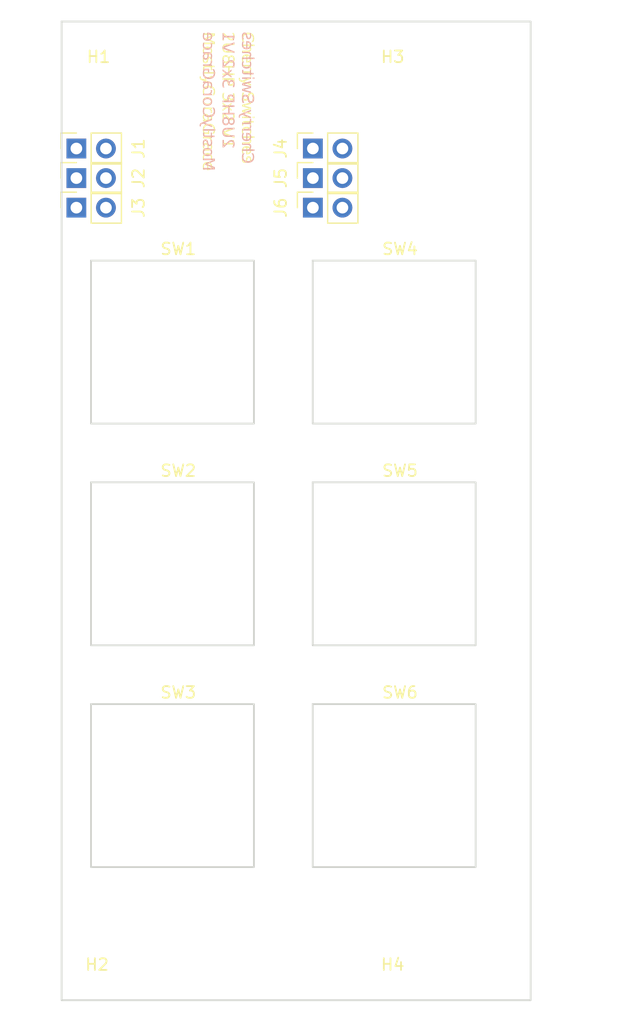
<source format=kicad_pcb>
(kicad_pcb (version 20240108) (generator "pcbnew") (generator_version "8.0")
  (layers (0 "F.Cu" signal) (31 "B.Cu" signal) (34 "B.Paste" user) (35 "F.Paste" user) (36 "B.SilkS" user "B.Silkscreen") (37 "F.SilkS" user "F.Silkscreen") (38 "B.Mask" user) (39 "F.Mask" user) (44 "Edge.Cuts" user))
  (net 0 "")
  (footprint "EXC:SW_Cherry_MX_1.00u_Mount" (layer "F.Cu") (at 9.525 49.0125)
    (property "Reference" "SW2" (at 0.5 -8 0) (layer "F.SilkS"))
    (property "Value" "SW_SPST_MOUNT")
    (fp_rect (start -7 -7) (end 7 7) (stroke (width 0.15)) (fill none) (layer "Edge.Cuts"))
  )
  (footprint "Connector_PinSocket_2.54mm:PinSocket_1x02_P2.54mm_Vertical" (layer "F.Cu") (at 1.27 13.335 90)
    (property "Reference" "J1" (at 0 5.334 90) (layer "F.SilkS"))
    (property "Value" "Conn_01x02_Socket")
    (fp_line (start 1.33 -1.33) (end 1.33 0) (stroke (width 0.12)) (layer "F.SilkS"))
    (fp_line (start 0 -1.33) (end 1.33 -1.33) (stroke (width 0.12)) (layer "F.SilkS"))
    (fp_line (start 1.33 1.27) (end 1.33 3.87) (stroke (width 0.12)) (layer "F.SilkS"))
    (fp_line (start -1.33 1.27) (end 1.33 1.27) (stroke (width 0.12)) (layer "F.SilkS"))
    (fp_line (start -1.33 1.27) (end -1.33 3.87) (stroke (width 0.12)) (layer "F.SilkS"))
    (fp_line (start -1.33 3.87) (end 1.33 3.87) (stroke (width 0.12)) (layer "F.SilkS"))
    (pad "1" thru_hole rect (at 0 0 90) (size 1.7 1.7) (drill 1) (layers "*.Cu" "*.Mask"))
    (pad "2" thru_hole oval (at 0 2.54 90) (size 1.7 1.7) (drill 1) (layers "*.Cu" "*.Mask"))
  )
  (footprint "EXC:MountingHole_3.2mm_M3" (layer "F.Cu") (at 7.62 5.425)
    (property "Reference" "H1" (at -4.445 0.036 0) (layer "F.SilkS"))
    (property "Value" "Eurorack_M3_MountingHole")
    (pad "" np_thru_hole oval (at 0 0) (size 4.8 3.2) (drill oval 4.8 3.2) (layers "F&B.Cu" "*.Mask"))
  )
  (footprint "EXC:MountingHole_3.2mm_M3" (layer "F.Cu") (at 33.02 5.425)
    (property "Reference" "H3" (at -4.572 0.036 0) (layer "F.SilkS"))
    (property "Value" "Eurorack_M3_MountingHole")
    (pad "" np_thru_hole oval (at 0 0) (size 4.8 3.2) (drill oval 4.8 3.2) (layers "F&B.Cu" "*.Mask"))
  )
  (footprint "EXC:SW_Cherry_MX_1.00u_Mount" (layer "F.Cu") (at 28.575 29.9625)
    (property "Reference" "SW4" (at 0.5 -8 0) (layer "F.SilkS"))
    (property "Value" "SW_SPST_MOUNT")
    (fp_rect (start -7 -7) (end 7 7) (stroke (width 0.15)) (fill none) (layer "Edge.Cuts"))
  )
  (footprint "EXC:SW_Cherry_MX_1.00u_Mount" (layer "F.Cu") (at 9.525 68.0625)
    (property "Reference" "SW3" (at 0.5 -8 0) (layer "F.SilkS"))
    (property "Value" "SW_SPST_MOUNT")
    (fp_rect (start -7 -7) (end 7 7) (stroke (width 0.15)) (fill none) (layer "Edge.Cuts"))
  )
  (footprint "EXC:SW_Cherry_MX_1.00u_Mount" (layer "F.Cu") (at 28.575 49.0125)
    (property "Reference" "SW5" (at 0.5 -8 0) (layer "F.SilkS"))
    (property "Value" "SW_SPST_MOUNT")
    (fp_rect (start -7 -7) (end 7 7) (stroke (width 0.15)) (fill none) (layer "Edge.Cuts"))
  )
  (footprint "EXC:MountingHole_3.2mm_M3" (layer "F.Cu") (at 33.02 83.5)
    (property "Reference" "H4" (at -4.572 -0.061 0) (layer "F.SilkS"))
    (property "Value" "Eurorack_M3_MountingHole")
    (pad "" np_thru_hole oval (at 0 0) (size 4.8 3.2) (drill oval 4.8 3.2) (layers "F&B.Cu" "*.Mask"))
  )
  (footprint "EXC:SW_Cherry_MX_1.00u_Mount" (layer "F.Cu") (at 9.525 29.9625)
    (property "Reference" "SW1" (at 0.5 -8 0) (layer "F.SilkS"))
    (property "Value" "SW_SPST_MOUNT")
    (fp_rect (start -7 -7) (end 7 7) (stroke (width 0.15)) (fill none) (layer "Edge.Cuts"))
  )
  (footprint "EXC:MountingHole_3.2mm_M3" (layer "F.Cu") (at 7.62 83.5)
    (property "Reference" "H2" (at -4.572 -0.061 0) (layer "F.SilkS"))
    (property "Value" "Eurorack_M3_MountingHole")
    (pad "" np_thru_hole oval (at 0 0) (size 4.8 3.2) (drill oval 4.8 3.2) (layers "F&B.Cu" "*.Mask"))
  )
  (footprint "Connector_PinSocket_2.54mm:PinSocket_1x02_P2.54mm_Vertical" (layer "F.Cu") (at 21.59 18.415 90)
    (property "Reference" "J6" (at 0 -2.77 90) (layer "F.SilkS"))
    (property "Value" "Conn_01x02_Socket")
    (fp_line (start 1.33 -1.33) (end 1.33 0) (stroke (width 0.12)) (layer "F.SilkS"))
    (fp_line (start 0 -1.33) (end 1.33 -1.33) (stroke (width 0.12)) (layer "F.SilkS"))
    (fp_line (start 1.33 1.27) (end 1.33 3.87) (stroke (width 0.12)) (layer "F.SilkS"))
    (fp_line (start -1.33 1.27) (end 1.33 1.27) (stroke (width 0.12)) (layer "F.SilkS"))
    (fp_line (start -1.33 1.27) (end -1.33 3.87) (stroke (width 0.12)) (layer "F.SilkS"))
    (fp_line (start -1.33 3.87) (end 1.33 3.87) (stroke (width 0.12)) (layer "F.SilkS"))
    (pad "1" thru_hole rect (at 0 0 90) (size 1.7 1.7) (drill 1) (layers "*.Cu" "*.Mask"))
    (pad "2" thru_hole oval (at 0 2.54 90) (size 1.7 1.7) (drill 1) (layers "*.Cu" "*.Mask"))
  )
  (footprint "Connector_PinSocket_2.54mm:PinSocket_1x02_P2.54mm_Vertical" (layer "F.Cu") (at 21.59 15.875 90)
    (property "Reference" "J5" (at 0 -2.77 90) (layer "F.SilkS"))
    (property "Value" "Conn_01x02_Socket")
    (fp_line (start 1.33 -1.33) (end 1.33 0) (stroke (width 0.12)) (layer "F.SilkS"))
    (fp_line (start 0 -1.33) (end 1.33 -1.33) (stroke (width 0.12)) (layer "F.SilkS"))
    (fp_line (start 1.33 1.27) (end 1.33 3.87) (stroke (width 0.12)) (layer "F.SilkS"))
    (fp_line (start -1.33 1.27) (end 1.33 1.27) (stroke (width 0.12)) (layer "F.SilkS"))
    (fp_line (start -1.33 1.27) (end -1.33 3.87) (stroke (width 0.12)) (layer "F.SilkS"))
    (fp_line (start -1.33 3.87) (end 1.33 3.87) (stroke (width 0.12)) (layer "F.SilkS"))
    (pad "1" thru_hole rect (at 0 0 90) (size 1.7 1.7) (drill 1) (layers "*.Cu" "*.Mask"))
    (pad "2" thru_hole oval (at 0 2.54 90) (size 1.7 1.7) (drill 1) (layers "*.Cu" "*.Mask"))
  )
  (footprint "EXC:SW_Cherry_MX_1.00u_Mount" (layer "F.Cu") (at 28.575 68.0625)
    (property "Reference" "SW6" (at 0.5 -8 0) (layer "F.SilkS"))
    (property "Value" "SW_SPST_MOUNT")
    (fp_rect (start -7 -7) (end 7 7) (stroke (width 0.15)) (fill none) (layer "Edge.Cuts"))
  )
  (footprint "Connector_PinSocket_2.54mm:PinSocket_1x02_P2.54mm_Vertical" (layer "F.Cu") (at 1.27 15.875 90)
    (property "Reference" "J2" (at 0 5.334 90) (layer "F.SilkS"))
    (property "Value" "Conn_01x02_Socket")
    (fp_line (start 1.33 -1.33) (end 1.33 0) (stroke (width 0.12)) (layer "F.SilkS"))
    (fp_line (start 0 -1.33) (end 1.33 -1.33) (stroke (width 0.12)) (layer "F.SilkS"))
    (fp_line (start 1.33 1.27) (end 1.33 3.87) (stroke (width 0.12)) (layer "F.SilkS"))
    (fp_line (start -1.33 1.27) (end 1.33 1.27) (stroke (width 0.12)) (layer "F.SilkS"))
    (fp_line (start -1.33 1.27) (end -1.33 3.87) (stroke (width 0.12)) (layer "F.SilkS"))
    (fp_line (start -1.33 3.87) (end 1.33 3.87) (stroke (width 0.12)) (layer "F.SilkS"))
    (pad "1" thru_hole rect (at 0 0 90) (size 1.7 1.7) (drill 1) (layers "*.Cu" "*.Mask"))
    (pad "2" thru_hole oval (at 0 2.54 90) (size 1.7 1.7) (drill 1) (layers "*.Cu" "*.Mask"))
  )
  (footprint "Connector_PinSocket_2.54mm:PinSocket_1x02_P2.54mm_Vertical" (layer "F.Cu") (at 1.27 18.415 90)
    (property "Reference" "J3" (at 0 5.334 90) (layer "F.SilkS"))
    (property "Value" "Conn_01x02_Socket")
    (fp_line (start 1.33 -1.33) (end 1.33 0) (stroke (width 0.12)) (layer "F.SilkS"))
    (fp_line (start 0 -1.33) (end 1.33 -1.33) (stroke (width 0.12)) (layer "F.SilkS"))
    (fp_line (start 1.33 1.27) (end 1.33 3.87) (stroke (width 0.12)) (layer "F.SilkS"))
    (fp_line (start -1.33 1.27) (end 1.33 1.27) (stroke (width 0.12)) (layer "F.SilkS"))
    (fp_line (start -1.33 1.27) (end -1.33 3.87) (stroke (width 0.12)) (layer "F.SilkS"))
    (fp_line (start -1.33 3.87) (end 1.33 3.87) (stroke (width 0.12)) (layer "F.SilkS"))
    (pad "1" thru_hole rect (at 0 0 90) (size 1.7 1.7) (drill 1) (layers "*.Cu" "*.Mask"))
    (pad "2" thru_hole oval (at 0 2.54 90) (size 1.7 1.7) (drill 1) (layers "*.Cu" "*.Mask"))
  )
  (footprint "Connector_PinSocket_2.54mm:PinSocket_1x02_P2.54mm_Vertical" (layer "F.Cu") (at 21.59 13.335 90)
    (property "Reference" "J4" (at 0 -2.77 90) (layer "F.SilkS"))
    (property "Value" "Conn_01x02_Socket")
    (fp_line (start 1.33 -1.33) (end 1.33 0) (stroke (width 0.12)) (layer "F.SilkS"))
    (fp_line (start 0 -1.33) (end 1.33 -1.33) (stroke (width 0.12)) (layer "F.SilkS"))
    (fp_line (start 1.33 1.27) (end 1.33 3.87) (stroke (width 0.12)) (layer "F.SilkS"))
    (fp_line (start -1.33 1.27) (end 1.33 1.27) (stroke (width 0.12)) (layer "F.SilkS"))
    (fp_line (start -1.33 1.27) (end -1.33 3.87) (stroke (width 0.12)) (layer "F.SilkS"))
    (fp_line (start -1.33 3.87) (end 1.33 3.87) (stroke (width 0.12)) (layer "F.SilkS"))
    (pad "1" thru_hole rect (at 0 0 90) (size 1.7 1.7) (drill 1) (layers "*.Cu" "*.Mask"))
    (pad "2" thru_hole oval (at 0 2.54 90) (size 1.7 1.7) (drill 1) (layers "*.Cu" "*.Mask"))
  )
  (gr_rect (start 0 2.425) (end 40.3 86.5) (stroke (width 0.15)) (fill none) (layer "Edge.Cuts"))
  (gr_text "Cherry Switches\n2U8HP 3x2 V1\nMostlyCoraGrace" (at 16.51 3.302 270) (layer "B.SilkS") (effects (font (size 1 1)) (justify right top mirror)))
  (gr_text "Cherry Switches\n2U8HP 3x2 V1\nMostlyCoraGrace" (at 16.51 3.302 270) (layer "F.SilkS") (effects (font (size 1 1)) (justify left top)))
)
</source>
